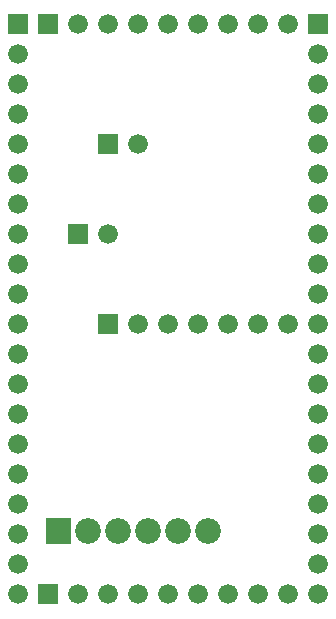
<source format=gbs>
G04 start of page 7 for group -4062 idx -4062 *
G04 Title: (unknown), soldermask *
G04 Creator: pcb 20140316 *
G04 CreationDate: Mon 16 Nov 2015 01:32:15 PM GMT UTC *
G04 For: fosse *
G04 Format: Gerber/RS-274X *
G04 PCB-Dimensions (mil): 1600.00 3000.00 *
G04 PCB-Coordinate-Origin: lower left *
%MOIN*%
%FSLAX25Y25*%
%LNBOTTOMMASK*%
%ADD38C,0.0860*%
%ADD37C,0.0001*%
%ADD36C,0.0660*%
G54D36*X80000Y90000D03*
X90000D03*
X100000D03*
X110000D03*
G54D37*G36*
X46700Y93300D02*Y86700D01*
X53300D01*
Y93300D01*
X46700D01*
G37*
G54D36*X60000Y90000D03*
X70000D03*
X120000D03*
X130000D03*
X140000D03*
X40000D03*
X140000Y200000D03*
Y190000D03*
X130000Y180000D03*
X140000D03*
Y170000D03*
Y160000D03*
Y150000D03*
Y140000D03*
Y130000D03*
Y120000D03*
Y110000D03*
Y100000D03*
X40000Y150000D03*
Y140000D03*
Y130000D03*
Y120000D03*
Y110000D03*
G54D37*G36*
X49200Y115300D02*Y106700D01*
X57800D01*
Y115300D01*
X49200D01*
G37*
G54D38*X63500Y111000D03*
G54D36*X40000Y100000D03*
G54D38*X73500Y111000D03*
X83500D03*
X93500D03*
X103500D03*
G54D37*G36*
X136700Y283300D02*Y276700D01*
X143300D01*
Y283300D01*
X136700D01*
G37*
G54D36*X140000Y270000D03*
Y260000D03*
Y250000D03*
Y240000D03*
Y230000D03*
Y220000D03*
Y210000D03*
G54D37*G36*
X36700Y283300D02*Y276700D01*
X43300D01*
Y283300D01*
X36700D01*
G37*
G36*
X46700D02*Y276700D01*
X53300D01*
Y283300D01*
X46700D01*
G37*
G54D36*X60000Y280000D03*
X40000Y270000D03*
Y260000D03*
Y250000D03*
Y240000D03*
G54D37*G36*
X66700Y243300D02*Y236700D01*
X73300D01*
Y243300D01*
X66700D01*
G37*
G54D36*X80000Y240000D03*
X70000Y280000D03*
X80000D03*
X90000D03*
X100000D03*
X110000D03*
X120000D03*
X130000D03*
X40000Y230000D03*
Y220000D03*
Y210000D03*
Y200000D03*
Y190000D03*
Y180000D03*
Y170000D03*
Y160000D03*
G54D37*G36*
X66700Y183300D02*Y176700D01*
X73300D01*
Y183300D01*
X66700D01*
G37*
G54D36*X80000Y180000D03*
X90000D03*
X100000D03*
X110000D03*
X120000D03*
G54D37*G36*
X56700Y213300D02*Y206700D01*
X63300D01*
Y213300D01*
X56700D01*
G37*
G54D36*X70000Y210000D03*
M02*

</source>
